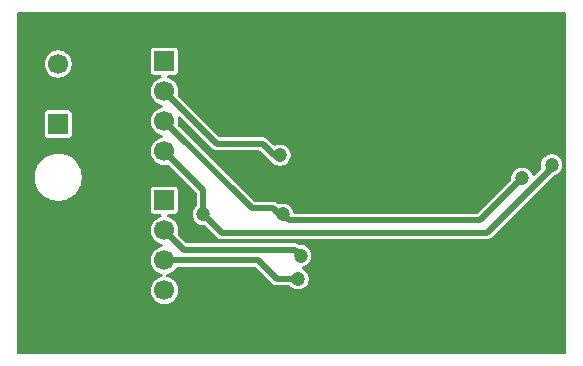
<source format=gbr>
%TF.GenerationSoftware,KiCad,Pcbnew,9.0.1*%
%TF.CreationDate,2025-04-11T16:34:43+02:00*%
%TF.ProjectId,Driver_CMS,44726976-6572-45f4-934d-532e6b696361,rev?*%
%TF.SameCoordinates,Original*%
%TF.FileFunction,Copper,L2,Bot*%
%TF.FilePolarity,Positive*%
%FSLAX46Y46*%
G04 Gerber Fmt 4.6, Leading zero omitted, Abs format (unit mm)*
G04 Created by KiCad (PCBNEW 9.0.1) date 2025-04-11 16:34:43*
%MOMM*%
%LPD*%
G01*
G04 APERTURE LIST*
%TA.AperFunction,ComponentPad*%
%ADD10R,1.700000X1.700000*%
%TD*%
%TA.AperFunction,ComponentPad*%
%ADD11C,1.700000*%
%TD*%
%TA.AperFunction,ViaPad*%
%ADD12C,1.200000*%
%TD*%
%TA.AperFunction,Conductor*%
%ADD13C,0.500000*%
%TD*%
G04 APERTURE END LIST*
D10*
%TO.P,J3,1,Pin_1*%
%TO.N,+24V*%
X123220000Y-52355000D03*
D11*
%TO.P,J3,2,Pin_2*%
%TO.N,GND*%
X123220000Y-49815000D03*
%TO.P,J3,3,Pin_3*%
%TO.N,+5V*%
X123220000Y-47275000D03*
%TD*%
D10*
%TO.P,J2,1,Pin_1*%
%TO.N,alim_bobine1*%
X132220000Y-58815000D03*
D11*
%TO.P,J2,2,Pin_2*%
%TO.N,alim_bobine2*%
X132220000Y-61355000D03*
%TO.P,J2,3,Pin_3*%
%TO.N,alim_bobine3*%
X132220000Y-63895000D03*
%TO.P,J2,4,Pin_4*%
%TO.N,alim_bobine4*%
X132220000Y-66435000D03*
%TD*%
D10*
%TO.P,J1,1,Pin_1*%
%TO.N,out_bobine1*%
X132220000Y-47045000D03*
D11*
%TO.P,J1,2,Pin_2*%
%TO.N,out_bobine2*%
X132220000Y-49585000D03*
%TO.P,J1,3,Pin_3*%
%TO.N,out_bobine3*%
X132220000Y-52125000D03*
%TO.P,J1,4,Pin_4*%
%TO.N,out_bobine4*%
X132220000Y-54665000D03*
%TD*%
D12*
%TO.N,out_bobine4*%
X165000000Y-55810000D03*
%TO.N,GND*%
X142000000Y-67000000D03*
X146500000Y-65000000D03*
X141000000Y-56500000D03*
%TO.N,out_bobine2*%
X142000000Y-55000000D03*
%TO.N,out_bobine3*%
X162500000Y-56942169D03*
X142250000Y-60000000D03*
%TO.N,out_bobine4*%
X135500000Y-60000000D03*
%TO.N,alim_bobine2*%
X143750000Y-63500000D03*
%TO.N,alim_bobine3*%
X143541645Y-65458355D03*
%TD*%
D13*
%TO.N,alim_bobine3*%
X143541645Y-65458355D02*
X141708355Y-65458355D01*
X140145000Y-63895000D02*
X132220000Y-63895000D01*
X141708355Y-65458355D02*
X140145000Y-63895000D01*
%TO.N,out_bobine3*%
X142250000Y-60000000D02*
X141875000Y-60000000D01*
X141875000Y-60000000D02*
X141375000Y-59500000D01*
X141375000Y-59500000D02*
X139595000Y-59500000D01*
X139595000Y-59500000D02*
X132220000Y-52125000D01*
X142250000Y-60000000D02*
X142750000Y-60500000D01*
X142750000Y-60500000D02*
X158942169Y-60500000D01*
X158942169Y-60500000D02*
X162500000Y-56942169D01*
%TO.N,alim_bobine2*%
X143750000Y-63500000D02*
X143250000Y-63000000D01*
X143250000Y-63000000D02*
X133865000Y-63000000D01*
X133865000Y-63000000D02*
X132220000Y-61355000D01*
%TO.N,out_bobine4*%
X165000000Y-55810000D02*
X165000000Y-56069929D01*
X165000000Y-56069929D02*
X159518929Y-61551000D01*
X159518929Y-61551000D02*
X137051000Y-61551000D01*
X137051000Y-61551000D02*
X135500000Y-60000000D01*
%TO.N,out_bobine2*%
X142000000Y-55000000D02*
X141500000Y-55000000D01*
X141500000Y-55000000D02*
X140540000Y-54040000D01*
X136675000Y-54040000D02*
X132220000Y-49585000D01*
X140540000Y-54040000D02*
X136675000Y-54040000D01*
%TO.N,out_bobine4*%
X135500000Y-60000000D02*
X135500000Y-57945000D01*
X135500000Y-57945000D02*
X132220000Y-54665000D01*
%TD*%
%TA.AperFunction,Conductor*%
%TO.N,GND*%
G36*
X166145000Y-42875462D02*
G01*
X166199538Y-42930000D01*
X166219500Y-43004500D01*
X166219500Y-71705500D01*
X166199538Y-71780000D01*
X166145000Y-71834538D01*
X166070500Y-71854500D01*
X119869500Y-71854500D01*
X119795000Y-71834538D01*
X119740462Y-71780000D01*
X119720500Y-71705500D01*
X119720500Y-56723876D01*
X121219500Y-56723876D01*
X121219500Y-56986123D01*
X121253728Y-57246107D01*
X121253728Y-57246110D01*
X121321600Y-57499415D01*
X121321600Y-57499416D01*
X121421959Y-57741701D01*
X121553078Y-57968806D01*
X121553078Y-57968807D01*
X121712715Y-58176848D01*
X121898151Y-58362284D01*
X122106193Y-58521921D01*
X122106197Y-58521924D01*
X122333303Y-58653043D01*
X122537809Y-58737752D01*
X122575583Y-58753399D01*
X122663332Y-58776910D01*
X122828884Y-58821270D01*
X122828890Y-58821270D01*
X122828891Y-58821271D01*
X122865834Y-58826134D01*
X123088877Y-58855499D01*
X123088878Y-58855500D01*
X123088880Y-58855500D01*
X123351122Y-58855500D01*
X123351122Y-58855499D01*
X123611108Y-58821271D01*
X123611110Y-58821271D01*
X123611111Y-58821270D01*
X123611116Y-58821270D01*
X123864415Y-58753399D01*
X123864416Y-58753399D01*
X123864417Y-58753398D01*
X123864419Y-58753398D01*
X124106697Y-58653043D01*
X124333803Y-58521924D01*
X124541848Y-58362284D01*
X124541849Y-58362284D01*
X124727284Y-58176849D01*
X124727284Y-58176848D01*
X124886921Y-57968807D01*
X124886921Y-57968806D01*
X124886924Y-57968803D01*
X124915022Y-57920135D01*
X131069500Y-57920135D01*
X131069500Y-57920136D01*
X131069500Y-57920140D01*
X131069500Y-59709866D01*
X131072414Y-59734989D01*
X131072415Y-59734992D01*
X131117793Y-59837764D01*
X131117794Y-59837765D01*
X131197235Y-59917206D01*
X131300009Y-59962585D01*
X131325135Y-59965500D01*
X131832596Y-59965499D01*
X131907094Y-59985461D01*
X131961632Y-60039999D01*
X131981594Y-60114499D01*
X131961632Y-60188999D01*
X131907094Y-60243537D01*
X131878638Y-60256206D01*
X131778364Y-60288786D01*
X131778363Y-60288787D01*
X131617004Y-60371005D01*
X131617003Y-60371005D01*
X131470500Y-60477446D01*
X131470497Y-60477448D01*
X131342448Y-60605497D01*
X131342446Y-60605500D01*
X131236005Y-60752003D01*
X131236005Y-60752004D01*
X131153789Y-60913360D01*
X131146992Y-60934281D01*
X131097829Y-61085591D01*
X131069500Y-61264454D01*
X131069500Y-61445546D01*
X131096103Y-61613510D01*
X131097829Y-61624408D01*
X131153789Y-61796639D01*
X131236005Y-61957995D01*
X131236005Y-61957996D01*
X131289225Y-62031247D01*
X131342447Y-62104501D01*
X131470499Y-62232553D01*
X131617006Y-62338996D01*
X131778361Y-62421211D01*
X131950591Y-62477171D01*
X131950592Y-62477171D01*
X131950595Y-62477172D01*
X131954779Y-62477835D01*
X132025238Y-62509206D01*
X132070573Y-62571604D01*
X132078634Y-62648310D01*
X132047263Y-62718769D01*
X131984865Y-62764104D01*
X131954779Y-62772165D01*
X131950595Y-62772827D01*
X131778360Y-62828789D01*
X131617004Y-62911005D01*
X131617003Y-62911005D01*
X131470500Y-63017446D01*
X131470497Y-63017448D01*
X131342448Y-63145497D01*
X131342446Y-63145500D01*
X131236005Y-63292003D01*
X131236005Y-63292004D01*
X131153789Y-63453360D01*
X131098021Y-63625000D01*
X131097829Y-63625591D01*
X131069500Y-63804454D01*
X131069500Y-63985546D01*
X131097829Y-64164409D01*
X131153789Y-64336639D01*
X131235836Y-64497665D01*
X131236005Y-64497995D01*
X131236005Y-64497996D01*
X131279495Y-64557855D01*
X131342447Y-64644501D01*
X131470499Y-64772553D01*
X131617006Y-64878996D01*
X131778361Y-64961211D01*
X131950591Y-65017171D01*
X131950592Y-65017171D01*
X131950595Y-65017172D01*
X131954779Y-65017835D01*
X132025238Y-65049206D01*
X132070573Y-65111604D01*
X132078634Y-65188310D01*
X132047263Y-65258769D01*
X131984865Y-65304104D01*
X131954779Y-65312165D01*
X131950595Y-65312827D01*
X131778360Y-65368789D01*
X131617004Y-65451005D01*
X131617003Y-65451005D01*
X131470500Y-65557446D01*
X131470497Y-65557448D01*
X131342448Y-65685497D01*
X131342446Y-65685500D01*
X131236005Y-65832003D01*
X131236005Y-65832004D01*
X131153789Y-65993360D01*
X131134575Y-66052496D01*
X131097829Y-66165591D01*
X131069500Y-66344454D01*
X131069500Y-66525546D01*
X131097829Y-66704409D01*
X131153789Y-66876639D01*
X131236004Y-67037994D01*
X131342447Y-67184501D01*
X131470499Y-67312553D01*
X131617006Y-67418996D01*
X131778361Y-67501211D01*
X131950591Y-67557171D01*
X132129454Y-67585500D01*
X132129458Y-67585500D01*
X132310542Y-67585500D01*
X132310546Y-67585500D01*
X132489409Y-67557171D01*
X132661639Y-67501211D01*
X132822994Y-67418996D01*
X132969501Y-67312553D01*
X133097553Y-67184501D01*
X133203996Y-67037994D01*
X133286211Y-66876639D01*
X133342171Y-66704409D01*
X133370500Y-66525546D01*
X133370500Y-66344454D01*
X133342171Y-66165591D01*
X133286211Y-65993361D01*
X133203996Y-65832006D01*
X133097553Y-65685499D01*
X132969501Y-65557447D01*
X132822994Y-65451004D01*
X132661639Y-65368789D01*
X132489408Y-65312828D01*
X132485223Y-65312166D01*
X132414762Y-65280796D01*
X132369427Y-65218398D01*
X132361364Y-65141693D01*
X132392734Y-65071232D01*
X132455132Y-65025897D01*
X132485223Y-65017834D01*
X132485362Y-65017811D01*
X132489409Y-65017171D01*
X132661639Y-64961211D01*
X132822994Y-64878996D01*
X132969501Y-64772553D01*
X133097553Y-64644501D01*
X133197511Y-64506920D01*
X133257451Y-64458382D01*
X133318055Y-64445500D01*
X139855257Y-64445500D01*
X139929757Y-64465462D01*
X139960616Y-64489141D01*
X141370340Y-65898865D01*
X141495870Y-65971339D01*
X141635880Y-66008855D01*
X141635881Y-66008855D01*
X141780829Y-66008855D01*
X142756928Y-66008855D01*
X142831428Y-66028817D01*
X142862287Y-66052496D01*
X142967610Y-66157819D01*
X142967613Y-66157821D01*
X143115096Y-66256367D01*
X143115098Y-66256368D01*
X143278979Y-66324249D01*
X143452954Y-66358855D01*
X143630336Y-66358855D01*
X143804311Y-66324249D01*
X143968192Y-66256368D01*
X144115680Y-66157819D01*
X144241109Y-66032390D01*
X144339658Y-65884902D01*
X144407539Y-65721021D01*
X144442145Y-65547046D01*
X144442145Y-65369664D01*
X144407539Y-65195689D01*
X144339658Y-65031808D01*
X144335708Y-65025897D01*
X144241111Y-64884323D01*
X144241107Y-64884318D01*
X144115681Y-64758892D01*
X144115676Y-64758888D01*
X143968193Y-64660342D01*
X143968191Y-64660341D01*
X143956175Y-64655364D01*
X143894986Y-64608411D01*
X143865471Y-64537153D01*
X143875540Y-64460685D01*
X143922493Y-64399496D01*
X143984131Y-64371570D01*
X144012666Y-64365894D01*
X144176547Y-64298013D01*
X144324035Y-64199464D01*
X144449464Y-64074035D01*
X144548013Y-63926547D01*
X144615894Y-63762666D01*
X144650500Y-63588691D01*
X144650500Y-63411309D01*
X144615894Y-63237334D01*
X144548013Y-63073453D01*
X144510591Y-63017448D01*
X144449466Y-62925968D01*
X144449462Y-62925963D01*
X144324036Y-62800537D01*
X144324031Y-62800533D01*
X144176548Y-62701987D01*
X144176546Y-62701986D01*
X144012667Y-62634106D01*
X144012663Y-62634105D01*
X143838691Y-62599500D01*
X143689743Y-62599500D01*
X143620990Y-62582689D01*
X143600618Y-62572093D01*
X143588015Y-62559490D01*
X143462485Y-62487016D01*
X143425743Y-62477171D01*
X143410008Y-62472955D01*
X143410007Y-62472954D01*
X143322475Y-62449500D01*
X134154743Y-62449500D01*
X134080243Y-62429538D01*
X134049384Y-62405859D01*
X133385703Y-61742178D01*
X133347139Y-61675383D01*
X133343896Y-61613515D01*
X133370500Y-61445546D01*
X133370500Y-61264454D01*
X133342171Y-61085591D01*
X133286211Y-60913361D01*
X133203996Y-60752006D01*
X133097553Y-60605499D01*
X132969501Y-60477447D01*
X132822994Y-60371004D01*
X132661639Y-60288789D01*
X132647900Y-60284325D01*
X132561361Y-60256207D01*
X132496676Y-60214200D01*
X132461660Y-60145478D01*
X132465696Y-60068456D01*
X132507703Y-60003771D01*
X132576425Y-59968755D01*
X132607401Y-59965499D01*
X133114864Y-59965499D01*
X133114867Y-59965499D01*
X133129940Y-59963750D01*
X133139991Y-59962585D01*
X133242765Y-59917206D01*
X133322206Y-59837765D01*
X133367585Y-59734991D01*
X133370500Y-59709865D01*
X133370499Y-57920136D01*
X133367585Y-57895009D01*
X133322206Y-57792235D01*
X133242765Y-57712794D01*
X133242764Y-57712793D01*
X133139994Y-57667416D01*
X133139991Y-57667415D01*
X133139982Y-57667414D01*
X133114865Y-57664500D01*
X133114859Y-57664500D01*
X131325133Y-57664500D01*
X131300010Y-57667414D01*
X131300007Y-57667415D01*
X131197235Y-57712793D01*
X131117793Y-57792235D01*
X131072416Y-57895005D01*
X131072415Y-57895008D01*
X131072415Y-57895009D01*
X131069500Y-57920135D01*
X124915022Y-57920135D01*
X125018043Y-57741697D01*
X125118398Y-57499419D01*
X125186270Y-57246116D01*
X125220500Y-56986120D01*
X125220500Y-56723880D01*
X125186270Y-56463884D01*
X125118398Y-56210581D01*
X125018043Y-55968303D01*
X124886924Y-55741197D01*
X124886921Y-55741193D01*
X124886921Y-55741192D01*
X124727284Y-55533151D01*
X124541848Y-55347715D01*
X124333806Y-55188078D01*
X124106701Y-55056959D01*
X124106699Y-55056958D01*
X124106697Y-55056957D01*
X123998128Y-55011986D01*
X123864416Y-54956600D01*
X123638255Y-54896002D01*
X123611116Y-54888730D01*
X123611114Y-54888729D01*
X123611108Y-54888728D01*
X123351123Y-54854500D01*
X123351120Y-54854500D01*
X123088880Y-54854500D01*
X123088876Y-54854500D01*
X122828892Y-54888728D01*
X122828889Y-54888728D01*
X122575584Y-54956600D01*
X122575583Y-54956600D01*
X122333298Y-55056959D01*
X122106193Y-55188078D01*
X122106192Y-55188078D01*
X121898151Y-55347715D01*
X121898151Y-55347716D01*
X121898149Y-55347718D01*
X121712718Y-55533149D01*
X121712716Y-55533151D01*
X121712715Y-55533151D01*
X121553078Y-55741192D01*
X121553078Y-55741193D01*
X121421959Y-55968298D01*
X121321600Y-56210583D01*
X121321600Y-56210584D01*
X121253728Y-56463889D01*
X121253728Y-56463892D01*
X121219500Y-56723876D01*
X119720500Y-56723876D01*
X119720500Y-51460135D01*
X122069500Y-51460135D01*
X122069500Y-51460136D01*
X122069500Y-51460140D01*
X122069500Y-53249866D01*
X122072414Y-53274989D01*
X122072415Y-53274992D01*
X122117793Y-53377764D01*
X122117794Y-53377765D01*
X122197235Y-53457206D01*
X122300009Y-53502585D01*
X122325135Y-53505500D01*
X124114864Y-53505499D01*
X124114866Y-53505499D01*
X124127427Y-53504042D01*
X124139991Y-53502585D01*
X124242765Y-53457206D01*
X124322206Y-53377765D01*
X124367585Y-53274991D01*
X124370500Y-53249865D01*
X124370499Y-51460136D01*
X124367585Y-51435009D01*
X124322206Y-51332235D01*
X124242765Y-51252794D01*
X124242764Y-51252793D01*
X124139994Y-51207416D01*
X124139991Y-51207415D01*
X124139982Y-51207414D01*
X124114865Y-51204500D01*
X124114859Y-51204500D01*
X122325133Y-51204500D01*
X122300010Y-51207414D01*
X122300007Y-51207415D01*
X122197235Y-51252793D01*
X122117793Y-51332235D01*
X122072416Y-51435005D01*
X122072415Y-51435008D01*
X122072415Y-51435009D01*
X122069500Y-51460135D01*
X119720500Y-51460135D01*
X119720500Y-47184454D01*
X122069500Y-47184454D01*
X122069500Y-47365546D01*
X122097829Y-47544409D01*
X122153789Y-47716639D01*
X122236004Y-47877994D01*
X122342447Y-48024501D01*
X122470499Y-48152553D01*
X122617006Y-48258996D01*
X122778361Y-48341211D01*
X122950591Y-48397171D01*
X123129454Y-48425500D01*
X123129458Y-48425500D01*
X123310542Y-48425500D01*
X123310546Y-48425500D01*
X123489409Y-48397171D01*
X123661639Y-48341211D01*
X123822994Y-48258996D01*
X123969501Y-48152553D01*
X124097553Y-48024501D01*
X124203996Y-47877994D01*
X124286211Y-47716639D01*
X124342171Y-47544409D01*
X124370500Y-47365546D01*
X124370500Y-47184454D01*
X124342171Y-47005591D01*
X124286211Y-46833361D01*
X124203996Y-46672006D01*
X124097553Y-46525499D01*
X123969501Y-46397447D01*
X123896247Y-46344225D01*
X123822996Y-46291005D01*
X123822990Y-46291002D01*
X123798635Y-46278592D01*
X123798634Y-46278592D01*
X123661639Y-46208789D01*
X123489409Y-46152829D01*
X123472400Y-46150135D01*
X131069500Y-46150135D01*
X131069500Y-46150136D01*
X131069500Y-46150140D01*
X131069500Y-47939866D01*
X131072414Y-47964989D01*
X131072415Y-47964992D01*
X131117793Y-48067764D01*
X131117794Y-48067765D01*
X131197235Y-48147206D01*
X131300009Y-48192585D01*
X131325135Y-48195500D01*
X131832596Y-48195499D01*
X131907094Y-48215461D01*
X131961632Y-48269999D01*
X131981594Y-48344499D01*
X131961632Y-48418999D01*
X131907094Y-48473537D01*
X131878638Y-48486206D01*
X131778364Y-48518786D01*
X131778363Y-48518787D01*
X131617004Y-48601005D01*
X131617003Y-48601005D01*
X131470500Y-48707446D01*
X131470497Y-48707448D01*
X131342448Y-48835497D01*
X131342446Y-48835500D01*
X131236005Y-48982003D01*
X131236005Y-48982004D01*
X131153789Y-49143360D01*
X131153789Y-49143361D01*
X131097829Y-49315591D01*
X131069500Y-49494454D01*
X131069500Y-49675546D01*
X131097829Y-49854409D01*
X131153789Y-50026639D01*
X131236004Y-50187994D01*
X131342447Y-50334501D01*
X131470499Y-50462553D01*
X131617006Y-50568996D01*
X131778361Y-50651211D01*
X131950591Y-50707171D01*
X131950592Y-50707171D01*
X131950595Y-50707172D01*
X131954779Y-50707835D01*
X132025238Y-50739206D01*
X132070573Y-50801604D01*
X132078634Y-50878310D01*
X132047263Y-50948769D01*
X131984865Y-50994104D01*
X131954779Y-51002165D01*
X131950595Y-51002827D01*
X131778360Y-51058789D01*
X131617004Y-51141005D01*
X131617003Y-51141005D01*
X131470500Y-51247446D01*
X131470497Y-51247448D01*
X131342448Y-51375497D01*
X131342446Y-51375500D01*
X131236005Y-51522003D01*
X131236005Y-51522004D01*
X131153789Y-51683360D01*
X131097829Y-51855591D01*
X131069500Y-52034454D01*
X131069500Y-52215546D01*
X131097829Y-52394409D01*
X131153789Y-52566639D01*
X131236004Y-52727994D01*
X131342447Y-52874501D01*
X131470499Y-53002553D01*
X131617006Y-53108996D01*
X131778361Y-53191211D01*
X131950591Y-53247171D01*
X131950592Y-53247171D01*
X131950595Y-53247172D01*
X131954779Y-53247835D01*
X132025238Y-53279206D01*
X132070573Y-53341604D01*
X132078634Y-53418310D01*
X132047263Y-53488769D01*
X131984865Y-53534104D01*
X131954779Y-53542165D01*
X131950595Y-53542827D01*
X131778360Y-53598789D01*
X131617004Y-53681005D01*
X131617003Y-53681005D01*
X131470500Y-53787446D01*
X131470497Y-53787448D01*
X131342448Y-53915497D01*
X131342446Y-53915500D01*
X131236005Y-54062003D01*
X131236005Y-54062004D01*
X131153789Y-54223360D01*
X131097829Y-54395591D01*
X131069500Y-54574454D01*
X131069500Y-54755546D01*
X131097829Y-54934409D01*
X131153789Y-55106639D01*
X131236004Y-55267994D01*
X131342447Y-55414501D01*
X131470499Y-55542553D01*
X131617006Y-55648996D01*
X131778361Y-55731211D01*
X131950591Y-55787171D01*
X132129454Y-55815500D01*
X132129458Y-55815500D01*
X132310541Y-55815500D01*
X132310546Y-55815500D01*
X132478514Y-55788896D01*
X132555216Y-55796958D01*
X132607178Y-55830703D01*
X134905859Y-58129384D01*
X134944423Y-58196179D01*
X134949500Y-58234743D01*
X134949500Y-59215283D01*
X134929538Y-59289783D01*
X134905859Y-59320642D01*
X134800537Y-59425963D01*
X134800533Y-59425968D01*
X134701987Y-59573451D01*
X134701986Y-59573453D01*
X134634106Y-59737332D01*
X134634105Y-59737336D01*
X134599500Y-59911308D01*
X134599500Y-60088691D01*
X134634105Y-60262663D01*
X134634106Y-60262667D01*
X134701986Y-60426546D01*
X134701987Y-60426548D01*
X134735998Y-60477448D01*
X134800536Y-60574035D01*
X134925965Y-60699464D01*
X134925968Y-60699466D01*
X135073451Y-60798012D01*
X135073453Y-60798013D01*
X135237334Y-60865894D01*
X135411309Y-60900500D01*
X135560257Y-60900500D01*
X135634757Y-60920462D01*
X135665616Y-60944141D01*
X136712985Y-61991510D01*
X136838515Y-62063984D01*
X136978525Y-62101500D01*
X159591404Y-62101500D01*
X159731414Y-62063984D01*
X159856944Y-61991510D01*
X165118227Y-56730225D01*
X165185020Y-56691663D01*
X165194508Y-56689450D01*
X165262666Y-56675894D01*
X165426547Y-56608013D01*
X165574035Y-56509464D01*
X165699464Y-56384035D01*
X165798013Y-56236547D01*
X165865894Y-56072666D01*
X165900500Y-55898691D01*
X165900500Y-55721309D01*
X165865894Y-55547334D01*
X165798013Y-55383453D01*
X165774135Y-55347718D01*
X165699466Y-55235968D01*
X165699462Y-55235963D01*
X165574036Y-55110537D01*
X165574031Y-55110533D01*
X165426548Y-55011987D01*
X165426546Y-55011986D01*
X165262667Y-54944106D01*
X165262663Y-54944105D01*
X165088691Y-54909500D01*
X164911309Y-54909500D01*
X164737336Y-54944105D01*
X164737332Y-54944106D01*
X164573453Y-55011986D01*
X164573451Y-55011987D01*
X164425968Y-55110533D01*
X164425963Y-55110537D01*
X164300537Y-55235963D01*
X164300533Y-55235968D01*
X164201987Y-55383451D01*
X164201986Y-55383453D01*
X164134106Y-55547332D01*
X164134105Y-55547336D01*
X164099500Y-55721308D01*
X164099500Y-55898691D01*
X164132609Y-56065144D01*
X164127564Y-56142107D01*
X164091831Y-56199571D01*
X163595628Y-56695775D01*
X163528833Y-56734339D01*
X163451705Y-56734339D01*
X163384910Y-56695775D01*
X163352611Y-56647435D01*
X163298013Y-56515622D01*
X163298012Y-56515620D01*
X163199466Y-56368137D01*
X163199462Y-56368132D01*
X163074036Y-56242706D01*
X163074031Y-56242702D01*
X162926548Y-56144156D01*
X162926546Y-56144155D01*
X162762667Y-56076275D01*
X162762663Y-56076274D01*
X162588691Y-56041669D01*
X162411309Y-56041669D01*
X162237336Y-56076274D01*
X162237332Y-56076275D01*
X162073453Y-56144155D01*
X162073451Y-56144156D01*
X161925968Y-56242702D01*
X161925963Y-56242706D01*
X161800537Y-56368132D01*
X161800533Y-56368137D01*
X161701987Y-56515620D01*
X161701986Y-56515622D01*
X161634106Y-56679501D01*
X161634105Y-56679505D01*
X161599500Y-56853477D01*
X161599500Y-57002425D01*
X161579538Y-57076925D01*
X161555859Y-57107784D01*
X158757785Y-59905859D01*
X158690990Y-59944423D01*
X158652426Y-59949500D01*
X143280378Y-59949500D01*
X143205878Y-59929538D01*
X143151340Y-59875000D01*
X143134241Y-59829569D01*
X143115894Y-59737334D01*
X143115893Y-59737332D01*
X143114923Y-59734991D01*
X143048013Y-59573453D01*
X142949464Y-59425965D01*
X142824035Y-59300536D01*
X142824031Y-59300533D01*
X142676548Y-59201987D01*
X142676546Y-59201986D01*
X142512667Y-59134106D01*
X142512663Y-59134105D01*
X142338691Y-59099500D01*
X142161309Y-59099500D01*
X141987336Y-59134105D01*
X141987332Y-59134106D01*
X141938102Y-59154498D01*
X141861634Y-59164565D01*
X141790377Y-59135049D01*
X141775724Y-59122199D01*
X141713015Y-59059490D01*
X141587485Y-58987016D01*
X141447475Y-58949500D01*
X139884743Y-58949500D01*
X139810243Y-58929538D01*
X139779384Y-58905859D01*
X133385703Y-52512178D01*
X133347139Y-52445383D01*
X133343896Y-52383515D01*
X133370500Y-52215546D01*
X133370500Y-52034454D01*
X133344296Y-51869010D01*
X133352358Y-51792308D01*
X133397693Y-51729910D01*
X133468153Y-51698539D01*
X133544859Y-51706601D01*
X133596821Y-51740346D01*
X136336985Y-54480510D01*
X136462515Y-54552984D01*
X136602525Y-54590500D01*
X140250257Y-54590500D01*
X140324757Y-54610462D01*
X140355616Y-54634141D01*
X141161985Y-55440510D01*
X141212212Y-55469508D01*
X141261600Y-55515764D01*
X141282695Y-55547334D01*
X141300536Y-55574035D01*
X141425965Y-55699464D01*
X141425968Y-55699466D01*
X141573451Y-55798012D01*
X141573453Y-55798013D01*
X141737334Y-55865894D01*
X141911309Y-55900500D01*
X142088691Y-55900500D01*
X142262666Y-55865894D01*
X142426547Y-55798013D01*
X142574035Y-55699464D01*
X142699464Y-55574035D01*
X142798013Y-55426547D01*
X142865894Y-55262666D01*
X142900500Y-55088691D01*
X142900500Y-54911309D01*
X142865894Y-54737334D01*
X142798013Y-54573453D01*
X142735909Y-54480509D01*
X142699466Y-54425968D01*
X142699462Y-54425963D01*
X142574036Y-54300537D01*
X142574031Y-54300533D01*
X142426548Y-54201987D01*
X142426546Y-54201986D01*
X142262667Y-54134106D01*
X142262663Y-54134105D01*
X142088691Y-54099500D01*
X141911309Y-54099500D01*
X141737338Y-54134104D01*
X141599713Y-54191110D01*
X141523244Y-54201176D01*
X141451988Y-54171660D01*
X141437335Y-54158810D01*
X140878015Y-53599490D01*
X140779874Y-53542829D01*
X140752485Y-53527016D01*
X140661308Y-53502585D01*
X140661306Y-53502584D01*
X140661304Y-53502583D01*
X140612477Y-53489500D01*
X140612475Y-53489500D01*
X136964743Y-53489500D01*
X136890243Y-53469538D01*
X136859384Y-53445859D01*
X133385703Y-49972178D01*
X133347139Y-49905383D01*
X133343896Y-49843515D01*
X133370500Y-49675546D01*
X133370500Y-49494454D01*
X133342171Y-49315591D01*
X133286211Y-49143361D01*
X133203996Y-48982006D01*
X133097553Y-48835499D01*
X132969501Y-48707447D01*
X132822994Y-48601004D01*
X132661639Y-48518789D01*
X132661630Y-48518786D01*
X132561361Y-48486207D01*
X132496676Y-48444200D01*
X132461660Y-48375478D01*
X132465696Y-48298456D01*
X132507703Y-48233771D01*
X132576425Y-48198755D01*
X132607401Y-48195499D01*
X133114864Y-48195499D01*
X133114867Y-48195499D01*
X133129940Y-48193750D01*
X133139991Y-48192585D01*
X133242765Y-48147206D01*
X133322206Y-48067765D01*
X133367585Y-47964991D01*
X133370500Y-47939865D01*
X133370499Y-46150136D01*
X133367585Y-46125009D01*
X133322206Y-46022235D01*
X133242765Y-45942794D01*
X133242764Y-45942793D01*
X133139994Y-45897416D01*
X133139991Y-45897415D01*
X133139982Y-45897414D01*
X133114865Y-45894500D01*
X133114859Y-45894500D01*
X131325133Y-45894500D01*
X131300010Y-45897414D01*
X131300007Y-45897415D01*
X131197235Y-45942793D01*
X131117793Y-46022235D01*
X131072416Y-46125005D01*
X131072415Y-46125008D01*
X131072415Y-46125009D01*
X131069500Y-46150135D01*
X123472400Y-46150135D01*
X123310546Y-46124500D01*
X123129454Y-46124500D01*
X122967594Y-46150136D01*
X122950591Y-46152829D01*
X122778360Y-46208789D01*
X122617004Y-46291005D01*
X122617003Y-46291005D01*
X122470500Y-46397446D01*
X122470497Y-46397448D01*
X122342448Y-46525497D01*
X122342446Y-46525500D01*
X122236005Y-46672003D01*
X122236005Y-46672004D01*
X122153789Y-46833360D01*
X122153789Y-46833361D01*
X122097829Y-47005591D01*
X122069500Y-47184454D01*
X119720500Y-47184454D01*
X119720500Y-43004500D01*
X119740462Y-42930000D01*
X119795000Y-42875462D01*
X119869500Y-42855500D01*
X166070500Y-42855500D01*
X166145000Y-42875462D01*
G37*
%TD.AperFunction*%
%TD*%
M02*

</source>
